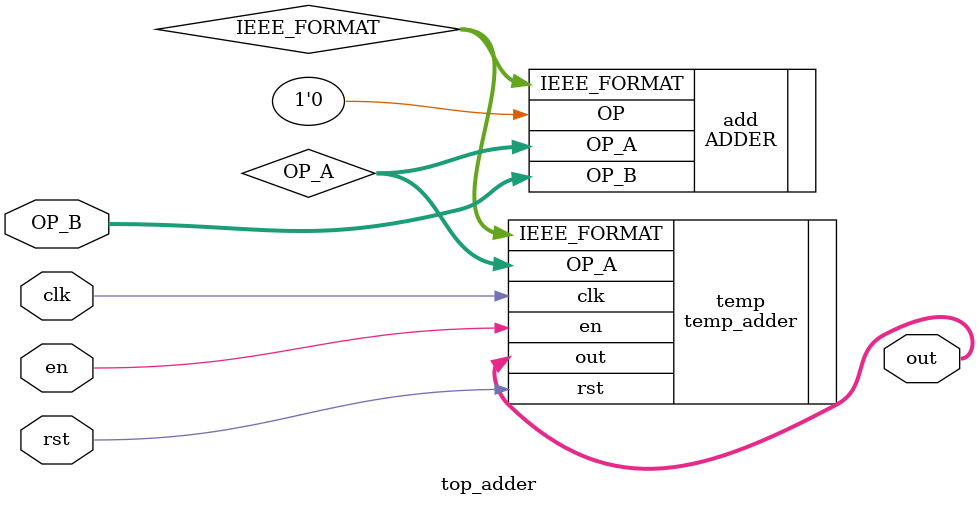
<source format=v>
module top_adder (

    input         wire         [31:0]        OP_B,
    input                                     en,
    input                                     clk,
    input                                     rst,
    output                    [31:0]          out

);


wire [31:0]OP_A , IEEE_FORMAT;

 ADDER add(
    .OP_A               (OP_A),  
    .OP_B               (OP_B),
    .OP                 (1'b0),
    .IEEE_FORMAT        (IEEE_FORMAT)
    );
    
 temp_adder temp (
        
    .IEEE_FORMAT         (IEEE_FORMAT),
    .en                  (en),
    .rst                 (rst),
    .clk                 (clk),
    .out                 (out),
    .OP_A                (OP_A) 
     
    );


    
endmodule
</source>
